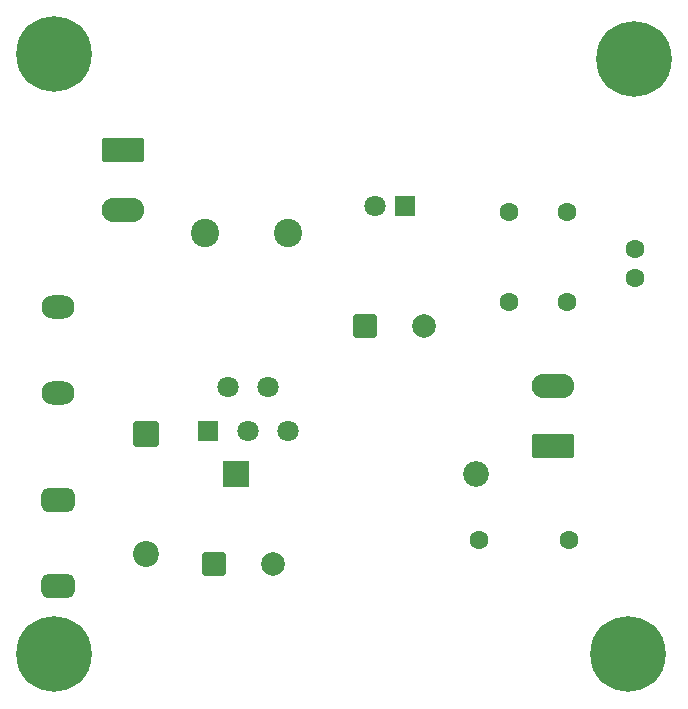
<source format=gbr>
%TF.GenerationSoftware,KiCad,Pcbnew,9.0.4*%
%TF.CreationDate,2025-10-25T17:12:59+05:30*%
%TF.ProjectId,Buck,4275636b-2e6b-4696-9361-645f70636258,rev?*%
%TF.SameCoordinates,Original*%
%TF.FileFunction,Soldermask,Bot*%
%TF.FilePolarity,Negative*%
%FSLAX46Y46*%
G04 Gerber Fmt 4.6, Leading zero omitted, Abs format (unit mm)*
G04 Created by KiCad (PCBNEW 9.0.4) date 2025-10-25 17:12:59*
%MOMM*%
%LPD*%
G01*
G04 APERTURE LIST*
G04 Aperture macros list*
%AMRoundRect*
0 Rectangle with rounded corners*
0 $1 Rounding radius*
0 $2 $3 $4 $5 $6 $7 $8 $9 X,Y pos of 4 corners*
0 Add a 4 corners polygon primitive as box body*
4,1,4,$2,$3,$4,$5,$6,$7,$8,$9,$2,$3,0*
0 Add four circle primitives for the rounded corners*
1,1,$1+$1,$2,$3*
1,1,$1+$1,$4,$5*
1,1,$1+$1,$6,$7*
1,1,$1+$1,$8,$9*
0 Add four rect primitives between the rounded corners*
20,1,$1+$1,$2,$3,$4,$5,0*
20,1,$1+$1,$4,$5,$6,$7,0*
20,1,$1+$1,$6,$7,$8,$9,0*
20,1,$1+$1,$8,$9,$2,$3,0*%
G04 Aperture macros list end*
%ADD10RoundRect,0.250000X-0.750000X-0.750000X0.750000X-0.750000X0.750000X0.750000X-0.750000X0.750000X0*%
%ADD11C,2.000000*%
%ADD12R,2.184400X2.184400*%
%ADD13C,2.184400*%
%ADD14RoundRect,0.249999X-0.850001X0.850001X-0.850001X-0.850001X0.850001X-0.850001X0.850001X0.850001X0*%
%ADD15C,2.200000*%
%ADD16R,1.800000X1.800000*%
%ADD17C,1.800000*%
%ADD18RoundRect,0.249999X-1.550001X0.790001X-1.550001X-0.790001X1.550001X-0.790001X1.550001X0.790001X0*%
%ADD19O,3.600000X2.080000*%
%ADD20RoundRect,0.249999X1.550001X-0.790001X1.550001X0.790001X-1.550001X0.790001X-1.550001X-0.790001X0*%
%ADD21C,1.600000*%
%ADD22C,2.400000*%
%ADD23C,6.400000*%
%ADD24RoundRect,0.500000X0.900000X-0.500000X0.900000X0.500000X-0.900000X0.500000X-0.900000X-0.500000X0*%
%ADD25O,2.800000X2.000000*%
G04 APERTURE END LIST*
D10*
%TO.C,C1*%
X166043600Y-97332800D03*
D11*
X171043600Y-97332800D03*
%TD*%
D10*
%TO.C,C3*%
X178835923Y-77114400D03*
D11*
X183835923Y-77114400D03*
%TD*%
D12*
%TO.C,CR1*%
X167932100Y-89662000D03*
D13*
X188252100Y-89662000D03*
%TD*%
D14*
%TO.C,D1*%
X160274000Y-86258400D03*
D15*
X160274000Y-96418400D03*
%TD*%
D16*
%TO.C,D2*%
X182224600Y-66954400D03*
D17*
X179684600Y-66954400D03*
%TD*%
D18*
%TO.C,J1*%
X158343600Y-62230000D03*
D19*
X158343600Y-67310000D03*
%TD*%
D20*
%TO.C,J2*%
X194698100Y-87330200D03*
D19*
X194698100Y-82250200D03*
%TD*%
D21*
%TO.C,R1*%
X195935600Y-75082400D03*
X195935600Y-67462400D03*
%TD*%
D16*
%TO.C,U1*%
X165512000Y-86046800D03*
D17*
X167212000Y-82346800D03*
X168912000Y-86046800D03*
X170612000Y-82346800D03*
X172312000Y-86046800D03*
%TD*%
D22*
%TO.C,L1*%
X165308400Y-69240400D03*
X172308400Y-69240400D03*
%TD*%
D23*
%TO.C,REF\u002A\u002A*%
X152501600Y-104902000D03*
%TD*%
%TO.C,REF\u002A\u002A*%
X201574400Y-54508400D03*
%TD*%
D21*
%TO.C,R3*%
X196088000Y-95300800D03*
X188468000Y-95300800D03*
%TD*%
D23*
%TO.C,REF\u002A\u002A*%
X152501600Y-54152800D03*
%TD*%
%TO.C,REF\u002A\u002A*%
X201117200Y-104952800D03*
%TD*%
D21*
%TO.C,C2*%
X201676000Y-70632000D03*
X201676000Y-73132000D03*
%TD*%
D24*
%TO.C,F1*%
X152857200Y-99161600D03*
X152857200Y-91891600D03*
D25*
X152857200Y-82811600D03*
X152857200Y-75541600D03*
%TD*%
D21*
%TO.C,R2*%
X191008000Y-67462400D03*
X191008000Y-75082400D03*
%TD*%
M02*

</source>
